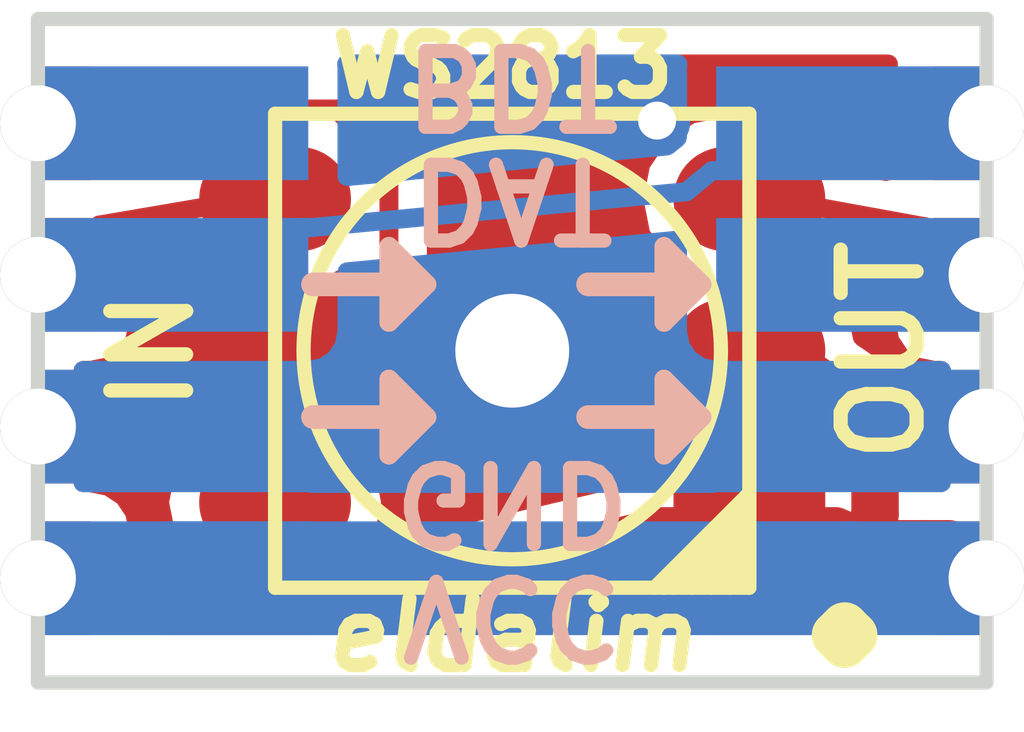
<source format=kicad_pcb>
(kicad_pcb (version 20171130) (host pcbnew "(5.0.0-rc2-dev-596-gcfd2f1d00)")

  (general
    (thickness 1.6)
    (drawings 30)
    (tracks 63)
    (zones 0)
    (modules 4)
    (nets 6)
  )

  (page A4)
  (layers
    (0 F.Cu signal)
    (31 B.Cu signal)
    (36 B.SilkS user)
    (37 F.SilkS user)
    (38 B.Mask user)
    (39 F.Mask user)
    (40 Dwgs.User user hide)
    (44 Edge.Cuts user)
  )

  (setup
    (last_trace_width 0.2)
    (trace_clearance 0.2)
    (zone_clearance 0.3)
    (zone_45_only no)
    (trace_min 0.2)
    (segment_width 0.15)
    (edge_width 0.15)
    (via_size 0.7)
    (via_drill 0.3)
    (via_min_size 0.7)
    (via_min_drill 0.3)
    (uvia_size 0.7)
    (uvia_drill 0.3)
    (uvias_allowed no)
    (uvia_min_size 0.508)
    (uvia_min_drill 0.127)
    (pcb_text_width 0.3)
    (pcb_text_size 1.5 1.5)
    (mod_edge_width 0.15)
    (mod_text_size 1.5 1.5)
    (mod_text_width 0.15)
    (pad_size 1.8 1.8)
    (pad_drill 1.2)
    (pad_to_mask_clearance 0.2)
    (aux_axis_origin 100 50)
    (grid_origin 100 50)
    (visible_elements 7FFFFF7F)
    (pcbplotparams
      (layerselection 0x010f0_ffffffff)
      (usegerberextensions true)
      (usegerberattributes false)
      (usegerberadvancedattributes false)
      (creategerberjobfile false)
      (gerberprecision 5)
      (excludeedgelayer true)
      (linewidth 0.150000)
      (plotframeref false)
      (viasonmask false)
      (mode 1)
      (useauxorigin false)
      (hpglpennumber 1)
      (hpglpenspeed 20)
      (hpglpendiameter 15)
      (psnegative false)
      (psa4output false)
      (plotreference true)
      (plotvalue true)
      (plotinvisibletext false)
      (padsonsilk false)
      (subtractmaskfromsilk false)
      (outputformat 1)
      (mirror false)
      (drillshape 0)
      (scaleselection 1)
      (outputdirectory Gerber/))
  )

  (net 0 "")
  (net 1 GND)
  (net 2 +VCC)
  (net 3 /Din)
  (net 4 /BDin)
  (net 5 /Dout)

  (net_class Default "Это класс цепей по умолчанию."
    (clearance 0.2)
    (trace_width 0.2)
    (via_dia 0.7)
    (via_drill 0.3)
    (uvia_dia 0.7)
    (uvia_drill 0.3)
    (add_net /BDin)
    (add_net /Din)
    (add_net /Dout)
  )

  (net_class wide ""
    (clearance 0.2)
    (trace_width 0.5)
    (via_dia 0.9)
    (via_drill 0.4)
    (uvia_dia 0.7)
    (uvia_drill 0.3)
    (add_net +VCC)
    (add_net GND)
  )

  (module PCB_details:Castellated_x4_0.8mm (layer F.Cu) (tedit 5C51BBAF) (tstamp 5C51A833)
    (at 95 52.4 90)
    (path /5A0DE699)
    (fp_text reference XP1 (at 2.4 1.4 90) (layer F.SilkS) hide
      (effects (font (size 0.6 0.6) (thickness 0.15)))
    )
    (fp_text value IN (at 2.4 1.2 90) (layer F.SilkS)
      (effects (font (size 0.8 0.8) (thickness 0.15)))
    )
    (pad 3 smd roundrect (at 3.2 0.55 90) (size 1.2 0.2) (layers F.Cu F.Mask)(roundrect_rratio 0.5)
      (net 3 /Din))
    (pad 3 smd rect (at 3.2 1.425 90) (size 1.2 2.85) (layers B.Cu B.Mask)
      (net 3 /Din))
    (pad 3 smd rect (at 3.2 0.275 90) (size 1.2 0.55) (layers F.Cu F.Mask)
      (net 3 /Din))
    (pad 3 thru_hole circle (at 3.2 0 90) (size 0.8 0.8) (drill 0.8) (layers *.Cu)
      (net 3 /Din) (clearance 0.001))
    (pad 4 thru_hole circle (at 4.8 0 90) (size 0.8 0.8) (drill 0.8) (layers *.Cu)
      (net 4 /BDin) (clearance 0.001))
    (pad 4 smd rect (at 4.8 0.275 90) (size 1.2 0.55) (layers F.Cu F.Mask)
      (net 4 /BDin))
    (pad 4 smd rect (at 4.8 1.425 90) (size 1.2 2.85) (layers B.Cu B.Mask)
      (net 4 /BDin))
    (pad 4 smd roundrect (at 4.8 0.55 90) (size 1.2 0.2) (layers F.Cu F.Mask)(roundrect_rratio 0.5)
      (net 4 /BDin))
    (pad 2 smd roundrect (at 1.6 0.55 90) (size 1.2 0.2) (layers F.Cu F.Mask)(roundrect_rratio 0.5)
      (net 1 GND))
    (pad 2 smd rect (at 1.6 1.425 90) (size 1.2 2.85) (layers B.Cu B.Mask)
      (net 1 GND))
    (pad 2 smd rect (at 1.6 0.275 90) (size 1.2 0.55) (layers F.Cu F.Mask)
      (net 1 GND))
    (pad 2 thru_hole circle (at 1.6 0 90) (size 0.8 0.8) (drill 0.8) (layers *.Cu)
      (net 1 GND) (clearance 0.001))
    (pad 1 thru_hole circle (at 0 0 90) (size 0.8 0.8) (drill 0.8) (layers *.Cu)
      (net 2 +VCC) (clearance 0.001))
    (pad 1 smd rect (at 0 0.275 90) (size 1.2 0.55) (layers F.Cu F.Mask)
      (net 2 +VCC))
    (pad 1 smd rect (at 0 1.425 90) (size 1.2 2.85) (layers B.Cu B.Mask)
      (net 2 +VCC))
    (pad 1 smd roundrect (at 0 0.55 90) (size 1.2 0.2) (layers F.Cu F.Mask)(roundrect_rratio 0.5)
      (net 2 +VCC))
  )

  (module PCB_details:Castellated_x4R_0.8mm (layer F.Cu) (tedit 5C51BB61) (tstamp 5C51FBF2)
    (at 105 52.4 270)
    (path /5A0DE62D)
    (fp_text reference XP2 (at -2.4 1.4 270) (layer F.SilkS) hide
      (effects (font (size 0.6 0.6) (thickness 0.15)))
    )
    (fp_text value OUT (at -2.4 1.1 270) (layer F.SilkS)
      (effects (font (size 0.8 0.8) (thickness 0.15)))
    )
    (pad 3 smd roundrect (at -3.2 0.55 270) (size 1.2 0.2) (layers F.Cu F.Mask)(roundrect_rratio 0.5)
      (net 5 /Dout))
    (pad 3 smd rect (at -3.2 1.425 270) (size 1.2 2.85) (layers B.Cu B.Mask)
      (net 5 /Dout))
    (pad 3 smd rect (at -3.2 0.275 270) (size 1.2 0.55) (layers F.Cu F.Mask)
      (net 5 /Dout))
    (pad 3 thru_hole circle (at -3.2 0 270) (size 0.8 0.8) (drill 0.8) (layers *.Cu)
      (net 5 /Dout) (clearance 0.001))
    (pad 4 thru_hole circle (at -4.8 0 270) (size 0.8 0.8) (drill 0.8) (layers *.Cu)
      (net 3 /Din) (clearance 0.001))
    (pad 4 smd rect (at -4.8 0.275 270) (size 1.2 0.55) (layers F.Cu F.Mask)
      (net 3 /Din))
    (pad 4 smd rect (at -4.8 1.425 270) (size 1.2 2.85) (layers B.Cu B.Mask)
      (net 3 /Din))
    (pad 4 smd roundrect (at -4.8 0.55 270) (size 1.2 0.2) (layers F.Cu F.Mask)(roundrect_rratio 0.5)
      (net 3 /Din))
    (pad 2 smd roundrect (at -1.6 0.55 270) (size 1.2 0.2) (layers F.Cu F.Mask)(roundrect_rratio 0.5)
      (net 1 GND))
    (pad 2 smd rect (at -1.6 1.425 270) (size 1.2 2.85) (layers B.Cu B.Mask)
      (net 1 GND))
    (pad 2 smd rect (at -1.6 0.275 270) (size 1.2 0.55) (layers F.Cu F.Mask)
      (net 1 GND))
    (pad 2 thru_hole circle (at -1.6 0 270) (size 0.8 0.8) (drill 0.8) (layers *.Cu)
      (net 1 GND) (clearance 0.001))
    (pad 1 thru_hole circle (at 0 0 270) (size 0.8 0.8) (drill 0.8) (layers *.Cu)
      (net 2 +VCC) (clearance 0.001))
    (pad 1 smd rect (at 0 0.275 270) (size 1.2 0.55) (layers F.Cu F.Mask)
      (net 2 +VCC))
    (pad 1 smd rect (at 0 1.425 270) (size 1.2 2.85) (layers B.Cu B.Mask)
      (net 2 +VCC))
    (pad 1 smd roundrect (at 0 0.55 270) (size 1.2 0.2) (layers F.Cu F.Mask)(roundrect_rratio 0.5)
      (net 2 +VCC))
  )

  (module LEDs:WS2813 (layer F.Cu) (tedit 5C51B149) (tstamp 5A0EBD82)
    (at 100 50)
    (path /5A0DEBE9)
    (attr smd)
    (fp_text reference HL1 (at 0 -1.5) (layer F.SilkS) hide
      (effects (font (size 0.6 0.6) (thickness 0.15)))
    )
    (fp_text value WS2813 (at -0.1 -3) (layer F.SilkS)
      (effects (font (size 0.6 0.6) (thickness 0.15)))
    )
    (fp_line (start -2.5 -2.5) (end 2.5 -2.5) (layer F.SilkS) (width 0.14986))
    (fp_line (start -2.5 2.5) (end -2.5 -2.5) (layer F.SilkS) (width 0.15))
    (fp_line (start 2.5 2.5) (end -2.5 2.5) (layer F.SilkS) (width 0.15))
    (fp_line (start 2.5 -2.5) (end 2.5 2.5) (layer F.SilkS) (width 0.15))
    (fp_circle (center 0 0) (end 0 2.2) (layer F.SilkS) (width 0.15))
    (fp_line (start 2.5 1.6) (end 1.6 2.5) (layer F.SilkS) (width 0.15))
    (fp_line (start 1.7 2.5) (end 2.5 1.7) (layer F.SilkS) (width 0.15))
    (fp_line (start 2.5 1.9) (end 1.9 2.5) (layer F.SilkS) (width 0.15))
    (fp_line (start 2.1 2.5) (end 2.5 2.1) (layer F.SilkS) (width 0.15))
    (fp_line (start 2.5 2.3) (end 2.3 2.5) (layer F.SilkS) (width 0.15))
    (fp_line (start 1.5 2.5) (end 2.5 1.5) (layer F.SilkS) (width 0.15))
    (fp_text user . (at 2.7 3 90) (layer F.SilkS)
      (effects (font (size 2 2) (thickness 0.5)))
    )
    (pad 3 smd oval (at 2.5 -1.6) (size 1.6 1.1) (layers F.Cu F.Mask)
      (net 5 /Dout))
    (pad 6 smd oval (at -2.5 1.6) (size 1.6 1.1) (layers F.Cu F.Mask)
      (net 4 /BDin))
    (pad 4 smd oval (at -2.5 -1.6) (size 1.6 1.1) (layers F.Cu F.Mask)
      (net 3 /Din))
    (pad 1 smd rect (at 2.5 1.6) (size 1.6 1.1) (layers F.Cu F.Mask)
      (net 2 +VCC))
    (pad 2 smd oval (at 2.5 0) (size 1.6 1.1) (layers F.Cu F.Mask)
      (net 2 +VCC))
    (pad 5 smd oval (at -2.5 0) (size 1.6 1.1) (layers F.Cu F.Mask)
      (net 1 GND))
  )

  (module PCB_details:Hole_for_M2 (layer F.Cu) (tedit 5C51BDEA) (tstamp 5A0EBD87)
    (at 100 50 270)
    (path /5A0DF70B)
    (fp_text reference Hole1 (at 0 2.25 270) (layer F.SilkS) hide
      (effects (font (size 0.127 0.127) (thickness 0.02)))
    )
    (fp_text value HoleMetalled (at 0 -2.25 270) (layer F.SilkS) hide
      (effects (font (size 0.127 0.127) (thickness 0.02)))
    )
    (pad H thru_hole circle (at 0 0 270) (size 1.8 1.8) (drill 1.2) (layers *.Cu *.Mask)
      (net 1 GND))
  )

  (gr_line (start 97.9 50.7) (end 99 50.7) (angle 90) (layer B.SilkS) (width 0.25) (tstamp 5C5220BE))
  (gr_line (start 98.7 51.1) (end 99.1 50.7) (angle 90) (layer B.SilkS) (width 0.2) (tstamp 5C5220BD))
  (gr_line (start 98.7 50.3) (end 98.7 51.1) (angle 90) (layer B.SilkS) (width 0.2) (tstamp 5C5220BC))
  (gr_line (start 98.8 51) (end 98.8 50.4) (angle 90) (layer B.SilkS) (width 0.15) (tstamp 5C5220BB))
  (gr_line (start 99.1 50.7) (end 98.7 50.3) (angle 90) (layer B.SilkS) (width 0.2) (tstamp 5C5220BA))
  (gr_line (start 99.1 49.3) (end 98.7 48.9) (angle 90) (layer B.SilkS) (width 0.2) (tstamp 5C5220AA))
  (gr_line (start 98.8 49.6) (end 98.8 49) (angle 90) (layer B.SilkS) (width 0.15) (tstamp 5C5220A9))
  (gr_line (start 98.7 48.9) (end 98.7 49.7) (angle 90) (layer B.SilkS) (width 0.2) (tstamp 5C5220A8))
  (gr_line (start 98.7 49.7) (end 99.1 49.3) (angle 90) (layer B.SilkS) (width 0.2) (tstamp 5C5220A7))
  (gr_line (start 97.9 49.3) (end 99 49.3) (angle 90) (layer B.SilkS) (width 0.25) (tstamp 5C5220A6))
  (gr_line (start 100.8 49.3) (end 101.9 49.3) (angle 90) (layer B.SilkS) (width 0.25) (tstamp 5C5220A5))
  (gr_line (start 105 53.5) (end 105 46.5) (angle 90) (layer Edge.Cuts) (width 0.15))
  (gr_line (start 95 46.5) (end 95 53.5) (angle 90) (layer Edge.Cuts) (width 0.15))
  (gr_line (start 105 53.5) (end 95 53.5) (angle 90) (layer Edge.Cuts) (width 0.15))
  (gr_line (start 95 46.5) (end 105 46.5) (angle 90) (layer Edge.Cuts) (width 0.15))
  (gr_line (start 101.6 49.7) (end 102 49.3) (angle 90) (layer B.SilkS) (width 0.2))
  (gr_line (start 101.6 48.9) (end 101.6 49.7) (angle 90) (layer B.SilkS) (width 0.2))
  (gr_line (start 101.7 49.6) (end 101.7 49) (angle 90) (layer B.SilkS) (width 0.15))
  (gr_line (start 102 49.3) (end 101.6 48.9) (angle 90) (layer B.SilkS) (width 0.2))
  (gr_line (start 100.8 50.7) (end 101.9 50.7) (angle 90) (layer B.SilkS) (width 0.25) (tstamp 5A11FFAF))
  (gr_line (start 101.7 50.4) (end 101.7 51) (angle 90) (layer B.SilkS) (width 0.15))
  (gr_text eldalim (at 100 53) (layer F.SilkS)
    (effects (font (size 0.7 0.7) (thickness 0.15) italic))
  )
  (gr_line (start 101.6 51.1) (end 102 50.7) (angle 90) (layer B.SilkS) (width 0.2))
  (gr_line (start 101.6 50.3) (end 101.6 51.1) (angle 90) (layer B.SilkS) (width 0.2))
  (gr_line (start 102 50.7) (end 101.6 50.3) (angle 90) (layer B.SilkS) (width 0.2))
  (gr_text BDT (at 100 47.2 180) (layer B.SilkS)
    (effects (font (size 0.8 0.8) (thickness 0.15)) (justify mirror))
  )
  (gr_text DAT (at 100 48.4 180) (layer B.SilkS)
    (effects (font (size 0.8 0.8) (thickness 0.15)) (justify mirror))
  )
  (gr_text GND (at 100 51.6 180) (layer B.SilkS)
    (effects (font (size 0.8 0.8) (thickness 0.15)) (justify mirror))
  )
  (gr_text VCC (at 100 52.8 180) (layer B.SilkS)
    (effects (font (size 0.8 0.8) (thickness 0.15)) (justify mirror))
  )
  (gr_circle (center 100 50) (end 95.5 50) (layer Dwgs.User) (width 0.15) (tstamp 5A120126))

  (segment (start 95.55 50.8) (end 97.049 49.9949) (width 0.5) (layer F.Cu) (net 1))
  (segment (start 97.049 49.9949) (end 97.25 50) (width 0.5) (layer F.Cu) (net 1))
  (segment (start 97.25 50) (end 97.5 50) (width 0.5) (layer F.Cu) (net 1))
  (segment (start 100 50) (end 101.1548 47.9464) (width 0.5) (layer F.Cu) (net 1))
  (segment (start 101.1548 47.9464) (end 101.5274 47.5722) (width 0.5) (layer F.Cu) (net 1))
  (segment (start 100.019 50.8) (end 100 50) (width 1.2) (layer B.Cu) (net 1))
  (segment (start 103.575 50.8) (end 102.15 50.8) (width 1.2) (layer B.Cu) (net 1))
  (segment (start 102.15 50.8) (end 100.019 50.8) (width 1.2) (layer B.Cu) (net 1))
  (segment (start 103.625 50.8) (end 103.575 50.8) (width 1.2) (layer B.Cu) (net 1))
  (segment (start 96.425 50.8) (end 96.375 50.8) (width 1.2) (layer B.Cu) (net 1))
  (segment (start 100.019 50.8) (end 97.85 50.8) (width 1.2) (layer B.Cu) (net 1))
  (segment (start 97.85 50.8) (end 96.425 50.8) (width 1.2) (layer B.Cu) (net 1))
  (via (at 101.5274 47.5722) (size 0.7) (layers F.Cu B.Cu) (net 1))
  (segment (start 102.5 51.6) (end 103.05 51.9) (width 0.5) (layer F.Cu) (net 2))
  (segment (start 103.05 51.9) (end 103.3 51.9) (width 0.5) (layer F.Cu) (net 2))
  (segment (start 103.3 51.9) (end 103.4036 51.9) (width 0.5) (layer F.Cu) (net 2))
  (segment (start 103.4036 51.9) (end 103.719 52.0365) (width 0.5) (layer F.Cu) (net 2))
  (segment (start 103.719 52.0365) (end 104.3496 52.0365) (width 0.5) (layer F.Cu) (net 2))
  (segment (start 104.3496 52.0365) (end 104.5996 52.0365) (width 0.5) (layer F.Cu) (net 2))
  (segment (start 104.5996 52.0365) (end 104.45 52.4) (width 0.5) (layer F.Cu) (net 2))
  (segment (start 103.719 52.0365) (end 103.8248 51.7259) (width 0.5) (layer F.Cu) (net 2))
  (segment (start 103.8248 51.7259) (end 103.8248 51.2911) (width 0.5) (layer F.Cu) (net 2))
  (segment (start 103.8248 51.2911) (end 103.8248 50.8326) (width 0.5) (layer F.Cu) (net 2))
  (segment (start 103.8248 50.8326) (end 103.5174 50.5252) (width 0.5) (layer F.Cu) (net 2))
  (segment (start 103.5174 50.5252) (end 102.75 50) (width 0.5) (layer F.Cu) (net 2))
  (segment (start 102.75 50) (end 102.5 50) (width 0.5) (layer F.Cu) (net 2))
  (segment (start 95.55 52.4) (end 95.4004 52.7001) (width 0.5) (layer F.Cu) (net 2))
  (segment (start 95.4004 52.7001) (end 95.6504 52.7001) (width 0.5) (layer F.Cu) (net 2))
  (segment (start 95.6504 52.7001) (end 98.2057 52.7001) (width 0.5) (layer F.Cu) (net 2))
  (segment (start 98.2057 52.7001) (end 101.5964 51.9) (width 0.5) (layer F.Cu) (net 2))
  (segment (start 101.5964 51.9) (end 101.7 51.9) (width 0.5) (layer F.Cu) (net 2))
  (segment (start 101.7 51.9) (end 101.95 51.9) (width 0.5) (layer F.Cu) (net 2))
  (segment (start 101.95 51.9) (end 102.5 51.6) (width 0.5) (layer F.Cu) (net 2))
  (segment (start 96.425 52.4) (end 96.375 52.4) (width 1.2) (layer B.Cu) (net 2))
  (segment (start 103.575 52.4) (end 102.15 52.4) (width 1.2) (layer B.Cu) (net 2))
  (segment (start 102.15 52.4) (end 97.85 52.4) (width 1.2) (layer B.Cu) (net 2))
  (segment (start 97.85 52.4) (end 96.425 52.4) (width 1.2) (layer B.Cu) (net 2))
  (segment (start 103.625 52.4) (end 103.575 52.4) (width 1.2) (layer B.Cu) (net 2))
  (segment (start 97.5 48.4) (end 97.25 48.4) (width 0.2) (layer F.Cu) (net 3))
  (segment (start 97.25 48.4) (end 95.6466 48.6741) (width 0.2) (layer F.Cu) (net 3))
  (segment (start 95.6466 48.6741) (end 95.55 49.2) (width 0.2) (layer F.Cu) (net 3))
  (segment (start 96.425 49.2) (end 96.375 49.2) (width 0.2) (layer B.Cu) (net 3))
  (segment (start 103.575 47.6) (end 102.25 48.1) (width 0.2) (layer B.Cu) (net 3))
  (segment (start 102.25 48.1) (end 102.15 48.1) (width 0.2) (layer B.Cu) (net 3))
  (segment (start 102.15 48.1) (end 102.1086 48.1) (width 0.2) (layer B.Cu) (net 3))
  (segment (start 102.1086 48.1) (end 101.9843 48.1999) (width 0.2) (layer B.Cu) (net 3))
  (segment (start 101.9843 48.1999) (end 101.8381 48.3223) (width 0.2) (layer B.Cu) (net 3))
  (segment (start 101.8381 48.3223) (end 97.8914 48.7) (width 0.2) (layer B.Cu) (net 3))
  (segment (start 97.8914 48.7) (end 97.85 48.7) (width 0.2) (layer B.Cu) (net 3))
  (segment (start 97.85 48.7) (end 97.75 48.7) (width 0.2) (layer B.Cu) (net 3))
  (segment (start 97.75 48.7) (end 96.425 49.2) (width 0.2) (layer B.Cu) (net 3))
  (segment (start 103.625 47.6) (end 103.575 47.6) (width 0.2) (layer B.Cu) (net 3))
  (segment (start 97.5 51.6) (end 97.75 51.6) (width 0.2) (layer F.Cu) (net 4))
  (segment (start 97.75 51.6) (end 98.7 50.3935) (width 0.2) (layer F.Cu) (net 4))
  (segment (start 98.7 50.3935) (end 98.7001 48.0065) (width 0.2) (layer F.Cu) (net 4))
  (segment (start 98.7001 48.0065) (end 98.1435 47.4499) (width 0.2) (layer F.Cu) (net 4))
  (segment (start 98.1435 47.4499) (end 95.6504 47.4499) (width 0.2) (layer F.Cu) (net 4))
  (segment (start 95.6504 47.4499) (end 95.5504 47.4499) (width 0.2) (layer F.Cu) (net 4))
  (segment (start 95.5504 47.4499) (end 95.55 47.6) (width 0.2) (layer F.Cu) (net 4))
  (segment (start 104.45 49.2) (end 104.3503 48.6913) (width 0.2) (layer F.Cu) (net 5))
  (segment (start 104.3503 48.6913) (end 104.3463 48.6913) (width 0.2) (layer F.Cu) (net 5))
  (segment (start 104.3463 48.6913) (end 102.75 48.4) (width 0.2) (layer F.Cu) (net 5))
  (segment (start 102.75 48.4) (end 102.5 48.4) (width 0.2) (layer F.Cu) (net 5))

  (zone (net 1) (net_name GND) (layer F.Cu) (tstamp 5C522A1D) (hatch edge 0.508)
    (connect_pads yes (clearance 0.3))
    (min_thickness 0.2)
    (fill yes (arc_segments 16) (thermal_gap 0.5) (thermal_bridge_width 0.5))
    (polygon
      (pts
        (xy 105 53.5) (xy 105 46.3) (xy 95 46.3) (xy 95 53.5)
      )
    )
    (filled_polygon
      (pts
        (xy 96.565089 49.084911) (xy 96.879329 49.29488) (xy 97.156436 49.35) (xy 97.843564 49.35) (xy 98.120671 49.29488)
        (xy 98.200049 49.241841) (xy 98.200007 50.220267) (xy 97.859188 50.653108) (xy 97.843564 50.65) (xy 97.156436 50.65)
        (xy 96.879329 50.70512) (xy 96.565089 50.915089) (xy 96.35512 51.229329) (xy 96.281389 51.6) (xy 96.35512 51.970671)
        (xy 96.408193 52.0501) (xy 96.098688 52.0501) (xy 96.057837 51.978637) (xy 96.057837 51.9) (xy 96.01918 51.70566)
        (xy 95.909095 51.540906) (xy 95.744341 51.430821) (xy 95.550001 51.392164) (xy 95.475 51.392164) (xy 95.475 50.207836)
        (xy 95.550001 50.207836) (xy 95.744341 50.169179) (xy 95.909095 50.059094) (xy 96.01918 49.89434) (xy 96.057837 49.7)
        (xy 96.057837 49.202873) (xy 96.07525 49.108076) (xy 96.528764 49.030547)
      )
    )
    (filled_polygon
      (pts
        (xy 103.942163 47.1) (xy 103.942163 48.1) (xy 103.944081 48.109645) (xy 103.650188 48.056014) (xy 103.64488 48.029329)
        (xy 103.434911 47.715089) (xy 103.120671 47.50512) (xy 102.843564 47.45) (xy 102.156436 47.45) (xy 101.879329 47.50512)
        (xy 101.565089 47.715089) (xy 101.35512 48.029329) (xy 101.281389 48.4) (xy 101.35512 48.770671) (xy 101.565089 49.084911)
        (xy 101.737331 49.2) (xy 101.565089 49.315089) (xy 101.35512 49.629329) (xy 101.281389 50) (xy 101.35512 50.370671)
        (xy 101.555705 50.670866) (xy 101.543928 50.673209) (xy 101.411616 50.761616) (xy 101.323209 50.893928) (xy 101.292164 51.05)
        (xy 101.292164 51.303939) (xy 98.653657 51.926545) (xy 98.718611 51.6) (xy 98.651612 51.263175) (xy 99.043748 50.765163)
        (xy 99.060464 50.753995) (xy 99.104887 50.687517) (xy 99.1233 50.664132) (xy 99.132194 50.646652) (xy 99.17098 50.588609)
        (xy 99.176922 50.558743) (xy 99.190734 50.531597) (xy 99.196172 50.461986) (xy 99.199997 50.442763) (xy 99.199998 50.413016)
        (xy 99.206227 50.333289) (xy 99.200002 50.31417) (xy 99.200098 48.055751) (xy 99.209895 48.006499) (xy 99.189037 47.90164)
        (xy 99.171097 47.81143) (xy 99.17109 47.81142) (xy 99.171088 47.811409) (xy 99.10673 47.715089) (xy 99.060595 47.646036)
        (xy 99.018843 47.618136) (xy 98.531876 47.13117) (xy 98.50398 47.08942) (xy 98.33859 46.978911) (xy 98.318928 46.975)
        (xy 103.967027 46.975)
      )
    )
    (filled_polygon
      (pts
        (xy 103.925345 49.122739) (xy 103.942163 49.208547) (xy 103.942163 49.7) (xy 103.98082 49.89434) (xy 104.090905 50.059094)
        (xy 104.255659 50.169179) (xy 104.449999 50.207836) (xy 104.525 50.207836) (xy 104.525 51.3865) (xy 104.4748 51.3865)
        (xy 104.4748 50.896616) (xy 104.487534 50.832599) (xy 104.462176 50.70512) (xy 104.437086 50.578983) (xy 104.293424 50.363976)
        (xy 104.239148 50.32771) (xy 103.979617 50.06818) (xy 103.937339 50.024951) (xy 103.934326 50.022889) (xy 103.931751 50.020314)
        (xy 103.881618 49.986816) (xy 103.689888 49.855598) (xy 103.64488 49.629329) (xy 103.434911 49.315089) (xy 103.262669 49.2)
        (xy 103.434911 49.084911) (xy 103.465683 49.038858)
      )
    )
  )
  (zone (net 1) (net_name GND) (layer B.Cu) (tstamp 5C522A1E) (hatch edge 0.508)
    (connect_pads yes (clearance 0.3))
    (min_thickness 0.2)
    (fill yes (arc_segments 16) (thermal_gap 0.5) (thermal_bridge_width 0.5))
    (polygon
      (pts
        (xy 95 53.7) (xy 95 46.5) (xy 105 46.5) (xy 105 53.7)
      )
    )
    (filled_polygon
      (pts
        (xy 101.742164 49.8) (xy 101.773209 49.956072) (xy 101.861616 50.088384) (xy 101.993928 50.176791) (xy 102.15 50.207836)
        (xy 104.525 50.207836) (xy 104.525 51.392164) (xy 102.15 51.392164) (xy 102.110606 51.4) (xy 97.889394 51.4)
        (xy 97.85 51.392164) (xy 95.475 51.392164) (xy 95.475 50.207836) (xy 97.85 50.207836) (xy 98.006072 50.176791)
        (xy 98.138384 50.088384) (xy 98.226791 49.956072) (xy 98.257836 49.8) (xy 98.257836 49.167216) (xy 101.742164 48.833765)
      )
    )
    (filled_polygon
      (pts
        (xy 101.742164 47) (xy 101.742164 47.748434) (xy 101.735522 47.758374) (xy 101.705518 47.782488) (xy 101.70109 47.784911)
        (xy 101.667194 47.813289) (xy 101.634592 47.839491) (xy 98.257836 48.162648) (xy 98.257836 47) (xy 98.252863 46.975)
        (xy 101.747137 46.975)
      )
    )
  )
)

</source>
